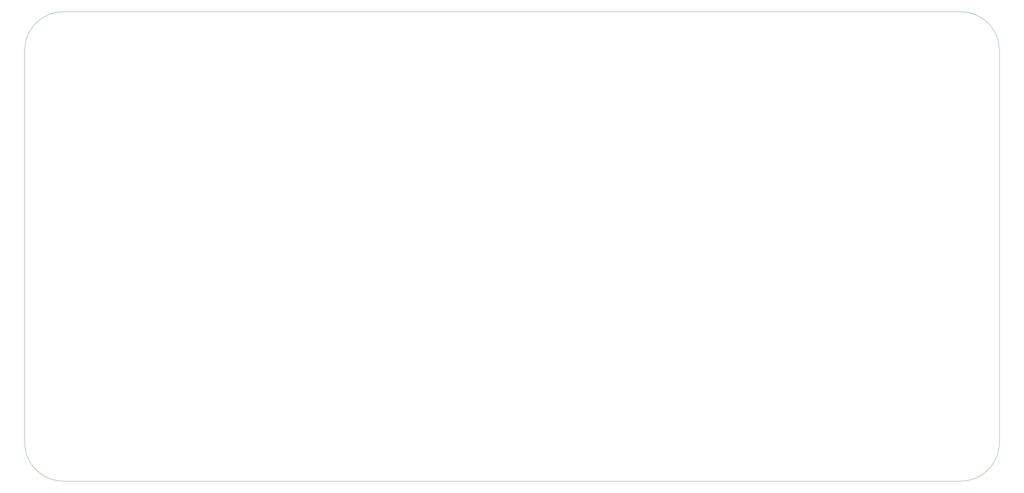
<source format=gm1>
G04 #@! TF.GenerationSoftware,KiCad,Pcbnew,(7.0.0)*
G04 #@! TF.CreationDate,2023-03-26T02:59:07-07:00*
G04 #@! TF.ProjectId,HallBox,48616c6c-426f-4782-9e6b-696361645f70,rev?*
G04 #@! TF.SameCoordinates,Original*
G04 #@! TF.FileFunction,Profile,NP*
%FSLAX46Y46*%
G04 Gerber Fmt 4.6, Leading zero omitted, Abs format (unit mm)*
G04 Created by KiCad (PCBNEW (7.0.0)) date 2023-03-26 02:59:07*
%MOMM*%
%LPD*%
G01*
G04 APERTURE LIST*
G04 #@! TA.AperFunction,Profile*
%ADD10C,0.100000*%
G04 #@! TD*
G04 APERTURE END LIST*
D10*
X62877966Y-150207254D02*
G75*
G03*
X74127974Y-161457254I11250004J4D01*
G01*
X345578046Y-36487254D02*
G75*
G03*
X334327974Y-25237254I-11250046J-46D01*
G01*
X334327974Y-161457254D02*
G75*
G03*
X345577974Y-150207254I-4J11250004D01*
G01*
X74127974Y-25237254D02*
G75*
G03*
X62877974Y-36487254I-4J-11249996D01*
G01*
X62877974Y-36487254D02*
X62877974Y-150207254D01*
X345577974Y-36487254D02*
X345577974Y-150207254D01*
X334327974Y-25237254D02*
X74127974Y-25237254D01*
X74127974Y-161457254D02*
X334327974Y-161457254D01*
M02*

</source>
